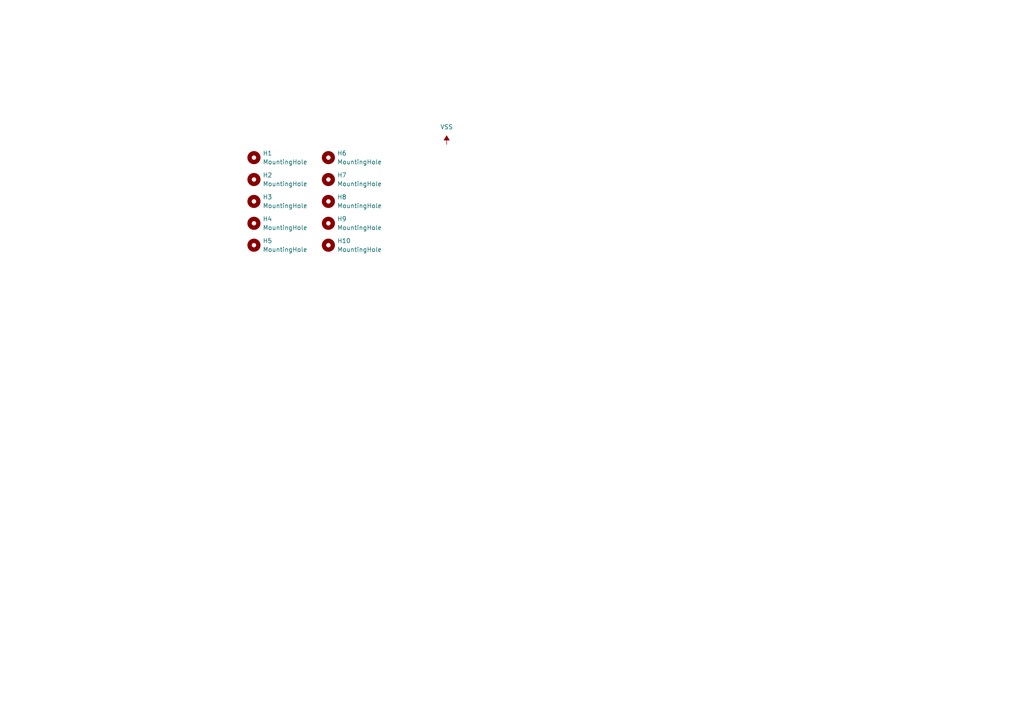
<source format=kicad_sch>
(kicad_sch (version 20230121) (generator eeschema)
  (paper "A4")
  (lib_symbols
    (symbol "Mechanical:MountingHole" (pin_names (offset 1.016))
      (property "Reference" "H" (at 0 5.08 0))
      (property "Value" "MountingHole" (at 0 3.175 0))
      (symbol "MountingHole_0_1"
        (circle (center 0 0) (radius 1.27) (stroke (width 1.27)))
      )
    )
    (symbol "power:VSS" (power) (pin_names (offset 0))
      (property "Value" "VSS" (at 0 3.81 0))
      (symbol "VSS_0_1"
        (polyline (pts (xy 0 0) (xy 0 2.54)))
        (polyline (pts (xy 0.762 1.27) (xy -0.762 1.27) (xy 0 2.54) (xy 0.762 1.27)) (fill (type outline)))
      )
      (symbol "VSS_1_1"
        (pin power_in line (at 0 0 90) (length 0) hide (name "VSS") (number "1"))
      )
    )
  )
  (symbol (lib_id "Mechanical:MountingHole") (at 95.25 64.77 0) (unit 1)
    (property "Reference" "H9" (at 97.79 63.5 0) (effects (justify left)))
    (property "Value" "MountingHole" (at 97.79 66.04 0) (effects (justify left)))
    (property "Footprint" "UL_Standoff:M2ThreadedStandoff" (effects hide))
  )
  (symbol (lib_id "Mechanical:MountingHole") (at 73.66 52.07 0) (unit 1)
    (property "Reference" "H2" (at 76.2 50.8 0) (effects (justify left)))
    (property "Value" "MountingHole" (at 76.2 53.34 0) (effects (justify left)))
    (property "Footprint" "UL_Standoff:M2ThreadedStandoff" (effects hide))
  )
  (symbol (lib_id "Mechanical:MountingHole") (at 73.66 71.12 0) (unit 1)
    (property "Reference" "H5" (at 76.2 69.85 0) (effects (justify left)))
    (property "Value" "MountingHole" (at 76.2 72.39 0) (effects (justify left)))
    (property "Footprint" "UL_Standoff:M2ThreadedStandoff" (effects hide))
  )
  (symbol (lib_id "Mechanical:MountingHole") (at 73.66 45.72 0) (unit 1)
    (property "Reference" "H1" (at 76.2 44.45 0) (effects (justify left)))
    (property "Value" "MountingHole" (at 76.2 46.99 0) (effects (justify left)))
    (property "Footprint" "UL_Standoff:M2ThreadedStandoff" (effects hide))
  )
  (symbol (lib_id "Mechanical:MountingHole") (at 95.25 52.07 0) (unit 1)
    (property "Reference" "H7" (at 97.79 50.8 0) (effects (justify left)))
    (property "Value" "MountingHole" (at 97.79 53.34 0) (effects (justify left)))
    (property "Footprint" "UL_Standoff:M2ThreadedStandoff" (effects hide))
  )
  (symbol (lib_id "Mechanical:MountingHole") (at 73.66 58.42 0) (unit 1)
    (property "Reference" "H3" (at 76.2 57.15 0) (effects (justify left)))
    (property "Value" "MountingHole" (at 76.2 59.69 0) (effects (justify left)))
    (property "Footprint" "UL_Standoff:M2ThreadedStandoff" (effects hide))
  )
  (symbol (lib_id "Mechanical:MountingHole") (at 95.25 71.12 0) (unit 1)
    (property "Reference" "H10" (at 97.79 69.85 0) (effects (justify left)))
    (property "Value" "MountingHole" (at 97.79 72.39 0) (effects (justify left)))
    (property "Footprint" "UL_Standoff:M2ThreadedStandoff" (effects hide))
  )
  (symbol (lib_id "Mechanical:MountingHole") (at 95.25 58.42 0) (unit 1)
    (property "Reference" "H8" (at 97.79 57.15 0) (effects (justify left)))
    (property "Value" "MountingHole" (at 97.79 59.69 0) (effects (justify left)))
    (property "Footprint" "UL_Standoff:M2ThreadedStandoff" (effects hide))
  )
  (symbol (lib_id "Mechanical:MountingHole") (at 73.66 64.77 0) (unit 1)
    (property "Reference" "H4" (at 76.2 63.5 0) (effects (justify left)))
    (property "Value" "MountingHole" (at 76.2 66.04 0) (effects (justify left)))
    (property "Footprint" "UL_Standoff:M2ThreadedStandoff" (effects hide))
  )
  (symbol (lib_id "Mechanical:MountingHole") (at 95.25 45.72 0) (unit 1)
    (property "Reference" "H6" (at 97.79 44.45 0) (effects (justify left)))
    (property "Value" "MountingHole" (at 97.79 46.99 0) (effects (justify left)))
    (property "Footprint" "UL_Standoff:M2ThreadedStandoff" (effects hide))
  )
  (symbol (lib_id "power:VSS") (at 129.54 41.91 0) (unit 1)
    (property "Reference" "#PWR01" (effects hide))
    (property "Value" "VSS" (at 129.54 36.83 0))
  )
)
</source>
